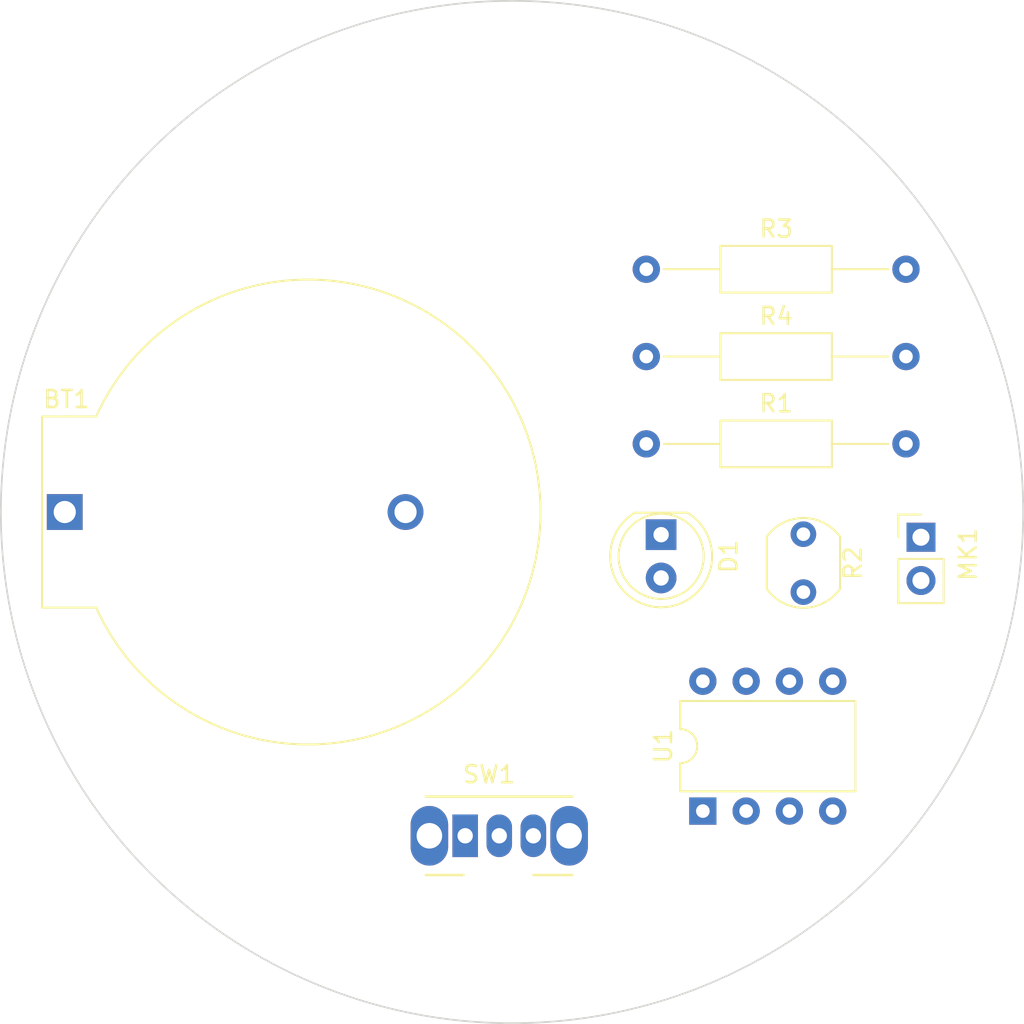
<source format=kicad_pcb>
(kicad_pcb (version 20241229) (generator "pcbnew") (generator_version "9.0")
  (layers (0 "F.Cu" signal) (2 "B.Cu" signal) (13 "F.Paste" user) (15 "B.Paste" user) (5 "F.SilkS" user "F.Silkscreen") (7 "B.SilkS" user "B.Silkscreen") (1 "F.Mask" user) (3 "B.Mask" user) (25 "Edge.Cuts" user))
  (net 0 "")
  (net 1 "+3.3V")
  (net 2 "Net-(BT1--)")
  (net 3 "Net-(D1-K)")
  (net 4 "/LED")
  (net 5 "GND")
  (net 6 "/MIC")
  (net 7 "/LDR")
  (footprint "Package_DIP:DIP-8_W7.62mm" (layer "F.Cu") (at 144.7 114.8 90)
    (property "Reference" "U1" (at 3.81 -2.33 90) (layer "F.SilkS"))
    (property "Value" "ATtiny85V-10P")
    (fp_line (start 6.46 -1.33) (end 4.81 -1.33) (stroke (width 0.12)) (layer "F.SilkS"))
    (fp_line (start 2.81 -1.33) (end 1.16 -1.33) (stroke (width 0.12)) (layer "F.SilkS"))
    (fp_line (start 1.16 -1.33) (end 1.16 8.95) (stroke (width 0.12)) (layer "F.SilkS"))
    (fp_line (start 6.46 8.95) (end 6.46 -1.33) (stroke (width 0.12)) (layer "F.SilkS"))
    (fp_line (start 1.16 8.95) (end 6.46 8.95) (stroke (width 0.12)) (layer "F.SilkS"))
    (fp_arc (start 4.81 -1.33) (mid 3.81 -0.33) (end 2.81 -1.33) (stroke (width 0.12)) (layer "F.SilkS"))
    (pad "1" thru_hole rect (at 0 0 90) (size 1.6 1.6) (drill 0.8) (layers "*.Cu" "*.Mask"))
    (pad "2" thru_hole oval (at 0 2.54 90) (size 1.6 1.6) (drill 0.8) (layers "*.Cu" "*.Mask") (net 6 "/MIC"))
    (pad "3" thru_hole oval (at 0 5.08 90) (size 1.6 1.6) (drill 0.8) (layers "*.Cu" "*.Mask"))
    (pad "4" thru_hole oval (at 0 7.62 90) (size 1.6 1.6) (drill 0.8) (layers "*.Cu" "*.Mask") (net 5 "GND"))
    (pad "5" thru_hole oval (at 7.62 7.62 90) (size 1.6 1.6) (drill 0.8) (layers "*.Cu" "*.Mask"))
    (pad "6" thru_hole oval (at 7.62 5.08 90) (size 1.6 1.6) (drill 0.8) (layers "*.Cu" "*.Mask") (net 4 "/LED"))
    (pad "7" thru_hole oval (at 7.62 2.54 90) (size 1.6 1.6) (drill 0.8) (layers "*.Cu" "*.Mask") (net 7 "/LDR"))
    (pad "8" thru_hole oval (at 7.62 0 90) (size 1.6 1.6) (drill 0.8) (layers "*.Cu" "*.Mask") (net 1 "+3.3V"))
  )
  (footprint "Resistor_THT:R_Axial_DIN0207_L6.3mm_D2.5mm_P15.24mm_Horizontal" (layer "F.Cu") (at 141.38 83)
    (property "Reference" "R3" (at 7.62 -2.37 0) (layer "F.SilkS"))
    (property "Value" "5.6k")
    (fp_line (start 1.04 0) (end 4.35 0) (stroke (width 0.12)) (layer "F.SilkS"))
    (fp_line (start 4.35 -1.37) (end 4.35 1.37) (stroke (width 0.12)) (layer "F.SilkS"))
    (fp_line (start 4.35 1.37) (end 10.89 1.37) (stroke (width 0.12)) (layer "F.SilkS"))
    (fp_line (start 10.89 -1.37) (end 4.35 -1.37) (stroke (width 0.12)) (layer "F.SilkS"))
    (fp_line (start 10.89 1.37) (end 10.89 -1.37) (stroke (width 0.12)) (layer "F.SilkS"))
    (fp_line (start 14.2 0) (end 10.89 0) (stroke (width 0.12)) (layer "F.SilkS"))
    (pad "1" thru_hole circle (at 0 0) (size 1.6 1.6) (drill 0.8) (layers "*.Cu" "*.Mask") (net 1 "+3.3V"))
    (pad "2" thru_hole oval (at 15.24 0) (size 1.6 1.6) (drill 0.8) (layers "*.Cu" "*.Mask") (net 6 "/MIC"))
  )
  (footprint "Connector_PinHeader_2.54mm:PinHeader_1x02_P2.54mm_Vertical" (layer "F.Cu") (at 157.5 98.73)
    (property "Reference" "MK1" (at 2.75 1 90) (layer "F.SilkS"))
    (property "Value" "Microphone_Condenser")
    (fp_line (start -1.33 -1.33) (end 0 -1.33) (stroke (width 0.12)) (layer "F.SilkS"))
    (fp_line (start -1.33 0) (end -1.33 -1.33) (stroke (width 0.12)) (layer "F.SilkS"))
    (fp_line (start -1.33 1.27) (end -1.33 3.87) (stroke (width 0.12)) (layer "F.SilkS"))
    (fp_line (start -1.33 1.27) (end 1.33 1.27) (stroke (width 0.12)) (layer "F.SilkS"))
    (fp_line (start -1.33 3.87) (end 1.33 3.87) (stroke (width 0.12)) (layer "F.SilkS"))
    (fp_line (start 1.33 1.27) (end 1.33 3.87) (stroke (width 0.12)) (layer "F.SilkS"))
    (pad "1" thru_hole rect (at 0 0) (size 1.7 1.7) (drill 1) (layers "*.Cu" "*.Mask") (net 5 "GND"))
    (pad "2" thru_hole oval (at 0 2.54) (size 1.7 1.7) (drill 1) (layers "*.Cu" "*.Mask") (net 6 "/MIC"))
  )
  (footprint "Resistor_THT:R_Axial_DIN0207_L6.3mm_D2.5mm_P15.24mm_Horizontal" (layer "F.Cu") (at 141.38 88.125)
    (property "Reference" "R4" (at 7.62 -2.37 0) (layer "F.SilkS"))
    (property "Value" "470R")
    (fp_line (start 1.04 0) (end 4.35 0) (stroke (width 0.12)) (layer "F.SilkS"))
    (fp_line (start 4.35 -1.37) (end 4.35 1.37) (stroke (width 0.12)) (layer "F.SilkS"))
    (fp_line (start 4.35 1.37) (end 10.89 1.37) (stroke (width 0.12)) (layer "F.SilkS"))
    (fp_line (start 10.89 -1.37) (end 4.35 -1.37) (stroke (width 0.12)) (layer "F.SilkS"))
    (fp_line (start 10.89 1.37) (end 10.89 -1.37) (stroke (width 0.12)) (layer "F.SilkS"))
    (fp_line (start 14.2 0) (end 10.89 0) (stroke (width 0.12)) (layer "F.SilkS"))
    (pad "1" thru_hole circle (at 0 0) (size 1.6 1.6) (drill 0.8) (layers "*.Cu" "*.Mask") (net 3 "Net-(D1-K)"))
    (pad "2" thru_hole oval (at 15.24 0) (size 1.6 1.6) (drill 0.8) (layers "*.Cu" "*.Mask") (net 5 "GND"))
  )
  (footprint "OptoDevice:R_LDR_5.1x4.3mm_P3.4mm_Vertical" (layer "F.Cu") (at 150.6 98.55 -90)
    (property "Reference" "R2" (at 1.7 -2.9 90) (layer "F.SilkS"))
    (property "Value" "5mm LDR")
    (fp_line (start 0.15 2.15) (end 3.2 2.15) (stroke (width 0.12)) (layer "F.SilkS"))
    (fp_line (start 0.15 -2.15) (end 3.2 -2.15) (stroke (width 0.12)) (layer "F.SilkS"))
    (fp_arc (start 0.15 2.15) (mid -0.950438 -0.013368) (end 0.171766 -2.165525) (stroke (width 0.12)) (layer "F.SilkS"))
    (fp_arc (start 3.2 -2.15) (mid 4.321403 -0.027338) (end 3.244513 2.118249) (stroke (width 0.12)) (layer "F.SilkS"))
    (pad "1" thru_hole circle (at 0 0 270) (size 1.5 1.5) (drill 0.8) (layers "*.Cu" "*.Mask") (net 7 "/LDR"))
    (pad "2" thru_hole circle (at 3.4 0 270) (size 1.5 1.5) (drill 0.8) (layers "*.Cu" "*.Mask") (net 5 "GND"))
  )
  (footprint "LED_THT:LED_D5.0mm" (layer "F.Cu") (at 142.25 98.58 -90)
    (property "Reference" "D1" (at 1.27 -3.96 90) (layer "F.SilkS"))
    (property "Value" "5mm Yellow LED")
    (fp_line (start -1.29 -1.545) (end -1.29 1.545) (stroke (width 0.12)) (layer "F.SilkS"))
    (fp_arc (start 4.26 -0.000462) (mid 2.072002 2.880433) (end -1.29 1.54483) (stroke (width 0.12)) (layer "F.SilkS"))
    (fp_arc (start -1.29 -1.54483) (mid 2.072002 -2.880433) (end 4.26 0.000462) (stroke (width 0.12)) (layer "F.SilkS"))
    (fp_circle (center 1.27 0) (end 3.77 0) (stroke (width 0.12)) (fill no) (layer "F.SilkS"))
    (pad "1" thru_hole rect (at 0 0 270) (size 1.8 1.8) (drill 0.9) (layers "*.Cu" "*.Mask") (net 3 "Net-(D1-K)"))
    (pad "2" thru_hole circle (at 2.54 0 270) (size 1.8 1.8) (drill 0.9) (layers "*.Cu" "*.Mask") (net 4 "/LED"))
  )
  (footprint "Battery:BatteryHolder_ComfortableElectronic_CH273-2450_1x2450" (layer "F.Cu") (at 107.25 97.25)
    (property "Reference" "BT1" (at 0.1 -6.62 0) (layer "F.SilkS"))
    (property "Value" "3.3V Cell")
    (fp_line (start -1.33 -5.61) (end 1.845 -5.61) (stroke (width 0.12)) (layer "F.SilkS"))
    (fp_line (start -1.33 5.61) (end -1.33 -5.61) (stroke (width 0.12)) (layer "F.SilkS"))
    (fp_line (start 1.845 5.61) (end -1.33 5.61) (stroke (width 0.12)) (layer "F.SilkS"))
    (fp_arc (start 1.845 -5.61) (mid 27.921896 0) (end 1.845 5.61) (stroke (width 0.12)) (layer "F.SilkS"))
    (pad "1" thru_hole rect (at 0 0 270) (size 2.1 2.1) (drill 1.3) (layers "*.Cu" "*.Mask") (net 1 "+3.3V"))
    (pad "2" thru_hole circle (at 20 0 270) (size 2.1 2.1) (drill 1.3) (layers "*.Cu" "*.Mask") (net 2 "Net-(BT1--)"))
  )
  (footprint "Resistor_THT:R_Axial_DIN0207_L6.3mm_D2.5mm_P15.24mm_Horizontal" (layer "F.Cu") (at 141.38 93.25)
    (property "Reference" "R1" (at 7.62 -2.37 0) (layer "F.SilkS"))
    (property "Value" "10k")
    (fp_line (start 1.04 0) (end 4.35 0) (stroke (width 0.12)) (layer "F.SilkS"))
    (fp_line (start 4.35 -1.37) (end 4.35 1.37) (stroke (width 0.12)) (layer "F.SilkS"))
    (fp_line (start 4.35 1.37) (end 10.89 1.37) (stroke (width 0.12)) (layer "F.SilkS"))
    (fp_line (start 10.89 -1.37) (end 4.35 -1.37) (stroke (width 0.12)) (layer "F.SilkS"))
    (fp_line (start 10.89 1.37) (end 10.89 -1.37) (stroke (width 0.12)) (layer "F.SilkS"))
    (fp_line (start 14.2 0) (end 10.89 0) (stroke (width 0.12)) (layer "F.SilkS"))
    (pad "1" thru_hole circle (at 0 0) (size 1.6 1.6) (drill 0.8) (layers "*.Cu" "*.Mask") (net 1 "+3.3V"))
    (pad "2" thru_hole oval (at 15.24 0) (size 1.6 1.6) (drill 0.8) (layers "*.Cu" "*.Mask") (net 7 "/LDR"))
  )
  (footprint "Button_Switch_THT:SW_CuK_OS102011MA1QN1_SPDT_Angled" (layer "F.Cu") (at 130.75 116.25)
    (property "Reference" "SW1" (at 1.4 -3.6 0) (layer "F.SilkS"))
    (property "Value" "SW_SPDT")
    (fp_line (start -2.3 -2.3) (end 6.3 -2.3) (stroke (width 0.15)) (layer "F.SilkS"))
    (fp_line (start -2.3 2.3) (end -0.1 2.3) (stroke (width 0.15)) (layer "F.SilkS"))
    (fp_line (start 4 2.3) (end 6.3 2.3) (stroke (width 0.15)) (layer "F.SilkS"))
    (pad "" thru_hole oval (at -2.1 0) (size 2.2 3.5) (drill 1.5) (layers "*.Cu" "*.Mask"))
    (pad "" thru_hole oval (at 6.1 0) (size 2.2 3.5) (drill 1.5) (layers "*.Cu" "*.Mask"))
    (pad "1" thru_hole rect (at 0 0) (size 1.5 2.5) (drill 0.9) (layers "*.Cu" "*.Mask"))
    (pad "2" thru_hole oval (at 2 0) (size 1.5 2.5) (drill 0.9) (layers "*.Cu" "*.Mask") (net 5 "GND"))
    (pad "3" thru_hole oval (at 4 0) (size 1.5 2.5) (drill 0.9) (layers "*.Cu" "*.Mask") (net 2 "Net-(BT1--)"))
  )
  (gr_circle (center 133.5 97.25) (end 163.5 97.25) (stroke (width 0.1)) (fill no) (layer "Edge.Cuts"))
)
</source>
